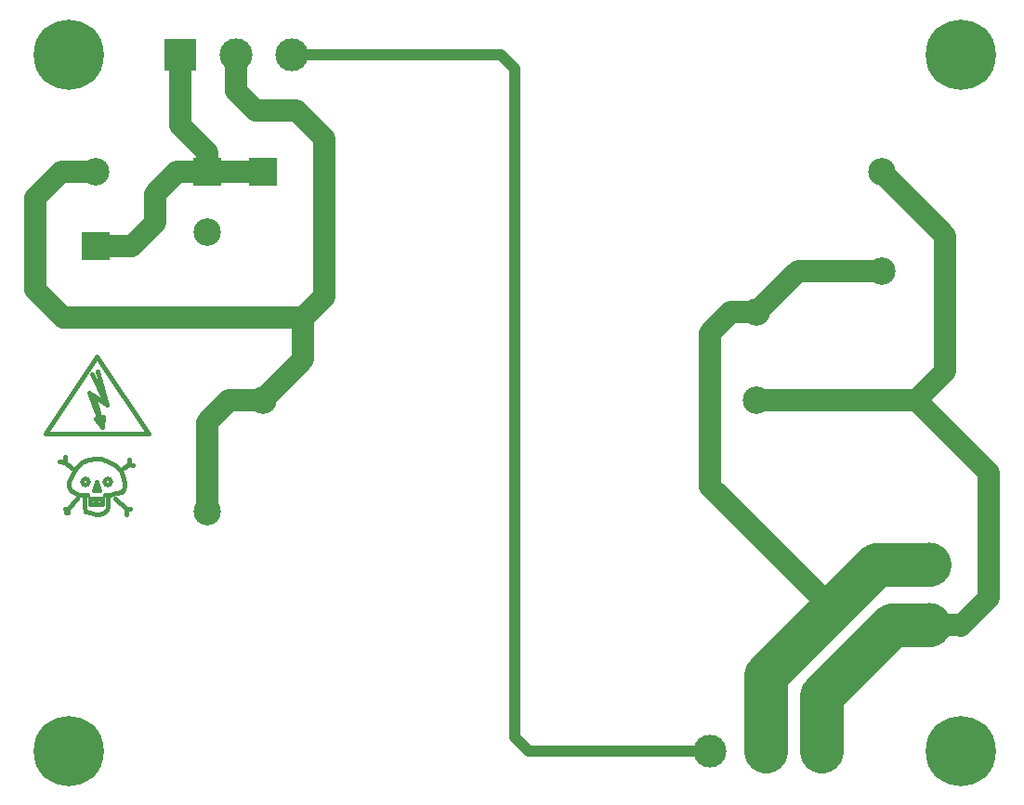
<source format=gbr>
G04 #@! TF.GenerationSoftware,KiCad,Pcbnew,(5.1.9)-1*
G04 #@! TF.CreationDate,2021-02-26T13:33:21+01:00*
G04 #@! TF.ProjectId,IoT12 Power Supply,496f5431-3220-4506-9f77-657220537570,rev?*
G04 #@! TF.SameCoordinates,Original*
G04 #@! TF.FileFunction,Copper,L2,Bot*
G04 #@! TF.FilePolarity,Positive*
%FSLAX46Y46*%
G04 Gerber Fmt 4.6, Leading zero omitted, Abs format (unit mm)*
G04 Created by KiCad (PCBNEW (5.1.9)-1) date 2021-02-26 13:33:21*
%MOMM*%
%LPD*%
G01*
G04 APERTURE LIST*
G04 #@! TA.AperFunction,EtchedComponent*
%ADD10C,0.381000*%
G04 #@! TD*
G04 #@! TA.AperFunction,ComponentPad*
%ADD11R,2.500000X2.500000*%
G04 #@! TD*
G04 #@! TA.AperFunction,ComponentPad*
%ADD12C,2.500000*%
G04 #@! TD*
G04 #@! TA.AperFunction,ComponentPad*
%ADD13C,4.000000*%
G04 #@! TD*
G04 #@! TA.AperFunction,ComponentPad*
%ADD14C,0.800000*%
G04 #@! TD*
G04 #@! TA.AperFunction,ComponentPad*
%ADD15C,6.400000*%
G04 #@! TD*
G04 #@! TA.AperFunction,ComponentPad*
%ADD16C,3.000000*%
G04 #@! TD*
G04 #@! TA.AperFunction,ComponentPad*
%ADD17R,3.000000X3.000000*%
G04 #@! TD*
G04 #@! TA.AperFunction,Conductor*
%ADD18C,1.000000*%
G04 #@! TD*
G04 #@! TA.AperFunction,Conductor*
%ADD19C,2.000000*%
G04 #@! TD*
G04 #@! TA.AperFunction,Conductor*
%ADD20C,4.000000*%
G04 #@! TD*
G04 APERTURE END LIST*
D10*
X113030000Y-98552000D02*
X113411000Y-98552000D01*
X112649000Y-98552000D02*
X113030000Y-98552000D01*
X112141000Y-98298000D02*
X112649000Y-98552000D01*
X111887000Y-98171000D02*
X112141000Y-98298000D01*
X111760000Y-97790000D02*
X111887000Y-98171000D01*
X111760000Y-97409000D02*
X111760000Y-97790000D01*
X111887000Y-97028000D02*
X111760000Y-97409000D01*
X112141000Y-96520000D02*
X111887000Y-97028000D01*
X112395000Y-96139000D02*
X112141000Y-96520000D01*
X112903000Y-95631000D02*
X112395000Y-96139000D01*
X113538000Y-95377000D02*
X112903000Y-95631000D01*
X114173000Y-95250000D02*
X113538000Y-95377000D01*
X114681000Y-95250000D02*
X114173000Y-95250000D01*
X115316000Y-95504000D02*
X114681000Y-95250000D01*
X115951000Y-95885000D02*
X115316000Y-95504000D01*
X116459000Y-96393000D02*
X115951000Y-95885000D01*
X116713000Y-97028000D02*
X116459000Y-96393000D01*
X116840000Y-97536000D02*
X116713000Y-97028000D01*
X116840000Y-97790000D02*
X116840000Y-97536000D01*
X115443000Y-98552000D02*
X115062000Y-98552000D01*
X116078000Y-98425000D02*
X115443000Y-98552000D01*
X116586000Y-98298000D02*
X116078000Y-98425000D01*
X116713000Y-98044000D02*
X116586000Y-98298000D01*
X116840000Y-97790000D02*
X116713000Y-98044000D01*
X115316000Y-99314000D02*
X115316000Y-98552000D01*
X115316000Y-99695000D02*
X115316000Y-99314000D01*
X114173000Y-100330000D02*
X114554000Y-100330000D01*
X113665000Y-100203000D02*
X114173000Y-100330000D01*
X113284000Y-100076000D02*
X113665000Y-100203000D01*
X113157000Y-99695000D02*
X113284000Y-100076000D01*
X113157000Y-99314000D02*
X113157000Y-99695000D01*
X113157000Y-98552000D02*
X113157000Y-99314000D01*
X114935000Y-100203000D02*
X114554000Y-100330000D01*
X115189000Y-99949000D02*
X114935000Y-100203000D01*
X115316000Y-99695000D02*
X115189000Y-99949000D01*
X114554000Y-98171000D02*
X114300000Y-97409000D01*
X114046000Y-98171000D02*
X114554000Y-98171000D01*
X114300000Y-97409000D02*
X114046000Y-98171000D01*
X113567981Y-97409000D02*
G75*
G03*
X113567981Y-97409000I-283981J0D01*
G01*
X115599981Y-97409000D02*
G75*
G03*
X115599981Y-97409000I-283981J0D01*
G01*
X114808000Y-99441000D02*
X114808000Y-98933000D01*
X113665000Y-99441000D02*
X114808000Y-99441000D01*
X113665000Y-98933000D02*
X113665000Y-99441000D01*
X114808000Y-98933000D02*
X113665000Y-98933000D01*
X114173000Y-99060000D02*
X114173000Y-99314000D01*
X112014000Y-96139000D02*
X111379000Y-95631000D01*
X111379000Y-95631000D02*
X111379000Y-95123000D01*
X111379000Y-95631000D02*
X110871000Y-95504000D01*
X115951000Y-98933000D02*
X116967000Y-99822000D01*
X116967000Y-99822000D02*
X117348000Y-99822000D01*
X116967000Y-99822000D02*
X116967000Y-100330000D01*
X116713000Y-96139000D02*
X117221000Y-95758000D01*
X117221000Y-95758000D02*
X117221000Y-95377000D01*
X117221000Y-95758000D02*
X117602000Y-95885000D01*
X111633000Y-99822000D02*
X111379000Y-99822000D01*
X112522000Y-98933000D02*
X111633000Y-99822000D01*
X111633000Y-100203000D02*
X111506000Y-100203000D01*
X111633000Y-99822000D02*
X111633000Y-100203000D01*
X114797840Y-92369640D02*
X113598960Y-89270840D01*
X113598960Y-89270840D02*
X114198400Y-89669620D01*
X115199160Y-90370660D02*
X113898680Y-87569040D01*
X114797840Y-92369640D02*
X114198400Y-91671140D01*
X114399060Y-87370920D02*
X115199160Y-90370660D01*
X115199160Y-90370660D02*
X114000280Y-89570560D01*
X114000280Y-89570560D02*
X114797840Y-92369640D01*
X114797840Y-92369640D02*
X114899440Y-91470480D01*
X114300000Y-85979000D02*
X109601000Y-92964000D01*
X109601000Y-92964000D02*
X118999000Y-92964000D01*
X118999000Y-92964000D02*
X114300000Y-85979000D01*
D11*
X129413000Y-69151500D03*
D12*
X174413000Y-81951500D03*
X129413000Y-89951500D03*
X174413000Y-89951500D03*
X124333000Y-74651500D03*
X185833000Y-78151500D03*
D11*
X124333000Y-69151500D03*
D12*
X185833000Y-69151500D03*
X124333000Y-100151500D03*
D13*
X190198400Y-104914200D03*
D12*
X114198400Y-69164200D03*
D13*
X190198400Y-110414200D03*
D11*
X114198400Y-75914200D03*
D14*
X113457056Y-120222944D03*
X111760000Y-119520000D03*
X110062944Y-120222944D03*
X109360000Y-121920000D03*
X110062944Y-123617056D03*
X111760000Y-124320000D03*
X113457056Y-123617056D03*
X114160000Y-121920000D03*
D15*
X111760000Y-121920000D03*
D14*
X113457056Y-56722944D03*
X111760000Y-56020000D03*
X110062944Y-56722944D03*
X109360000Y-58420000D03*
X110062944Y-60117056D03*
X111760000Y-60820000D03*
X113457056Y-60117056D03*
X114160000Y-58420000D03*
D15*
X111760000Y-58420000D03*
D14*
X194737056Y-120222944D03*
X193040000Y-119520000D03*
X191342944Y-120222944D03*
X190640000Y-121920000D03*
X191342944Y-123617056D03*
X193040000Y-124320000D03*
X194737056Y-123617056D03*
X195440000Y-121920000D03*
D15*
X193040000Y-121920000D03*
D14*
X194737056Y-56722944D03*
X193040000Y-56020000D03*
X191342944Y-56722944D03*
X190640000Y-58420000D03*
X191342944Y-60117056D03*
X193040000Y-60820000D03*
X194737056Y-60117056D03*
X195440000Y-58420000D03*
D15*
X193040000Y-58420000D03*
D16*
X170180000Y-121920000D03*
X175260000Y-121920000D03*
D17*
X180340000Y-121920000D03*
D16*
X132080000Y-58420000D03*
X127000000Y-58420000D03*
D17*
X121920000Y-58420000D03*
D18*
X151130000Y-58420000D02*
X132080000Y-58420000D01*
X152400000Y-59690000D02*
X151130000Y-58420000D01*
X152400000Y-120650000D02*
X152400000Y-59690000D01*
X153670000Y-121920000D02*
X152400000Y-120650000D01*
X170180000Y-121920000D02*
X153670000Y-121920000D01*
D19*
X133096000Y-86268500D02*
X129413000Y-89951500D01*
X126329500Y-89951500D02*
X129413000Y-89951500D01*
X124333000Y-91948000D02*
X126329500Y-89951500D01*
X124333000Y-100151500D02*
X124333000Y-91948000D01*
X133096000Y-82423000D02*
X133096000Y-86268500D01*
X111252000Y-82423000D02*
X133096000Y-82423000D01*
X108712000Y-79883000D02*
X111252000Y-82423000D01*
X108712000Y-71501000D02*
X108712000Y-79883000D01*
X111048800Y-69164200D02*
X108712000Y-71501000D01*
X114198400Y-69164200D02*
X111048800Y-69164200D01*
X127000000Y-60452000D02*
X127000000Y-58420000D01*
X127000000Y-61722000D02*
X127000000Y-60452000D01*
X132461000Y-63500000D02*
X128778000Y-63500000D01*
X135001000Y-66040000D02*
X132461000Y-63500000D01*
X135001000Y-80518000D02*
X135001000Y-66040000D01*
X128778000Y-63500000D02*
X127000000Y-61722000D01*
X133096000Y-82423000D02*
X135001000Y-80518000D01*
X129413000Y-69151500D02*
X124333000Y-69151500D01*
X121602500Y-69151500D02*
X124333000Y-69151500D01*
X119634000Y-71120000D02*
X121602500Y-69151500D01*
X119634000Y-73787000D02*
X119634000Y-71120000D01*
X117506800Y-75914200D02*
X119634000Y-73787000D01*
X114198400Y-75914200D02*
X117506800Y-75914200D01*
X124333000Y-67310000D02*
X124333000Y-69151500D01*
X121920000Y-64897000D02*
X124333000Y-67310000D01*
X121920000Y-58420000D02*
X121920000Y-64897000D01*
D20*
X190198400Y-104914200D02*
X185361298Y-104914200D01*
X175260000Y-115015498D02*
X175260000Y-121920000D01*
D19*
X178213000Y-78151500D02*
X174413000Y-81951500D01*
X185833000Y-78151500D02*
X178213000Y-78151500D01*
X174413000Y-81951500D02*
X172048500Y-81951500D01*
X172048500Y-81951500D02*
X170180000Y-83820000D01*
X170180000Y-83820000D02*
X170180000Y-97790000D01*
X170180000Y-97790000D02*
X181332749Y-108942749D01*
D20*
X181332749Y-108942749D02*
X175260000Y-115015498D01*
X185361298Y-104914200D02*
X181332749Y-108942749D01*
X180340000Y-121920000D02*
X180340000Y-116840000D01*
X186765800Y-110414200D02*
X190198400Y-110414200D01*
X180340000Y-116840000D02*
X186765800Y-110414200D01*
D19*
X174413000Y-89951500D02*
X189011500Y-89951500D01*
X189011500Y-89951500D02*
X195580000Y-96520000D01*
X195580000Y-96520000D02*
X195580000Y-107950000D01*
X195580000Y-107950000D02*
X193040000Y-110490000D01*
X192964200Y-110414200D02*
X190198400Y-110414200D01*
X193040000Y-110490000D02*
X192964200Y-110414200D01*
X191611500Y-87351500D02*
X189011500Y-89951500D01*
X191611500Y-74930000D02*
X191611500Y-87351500D01*
X185833000Y-69151500D02*
X191611500Y-74930000D01*
M02*

</source>
